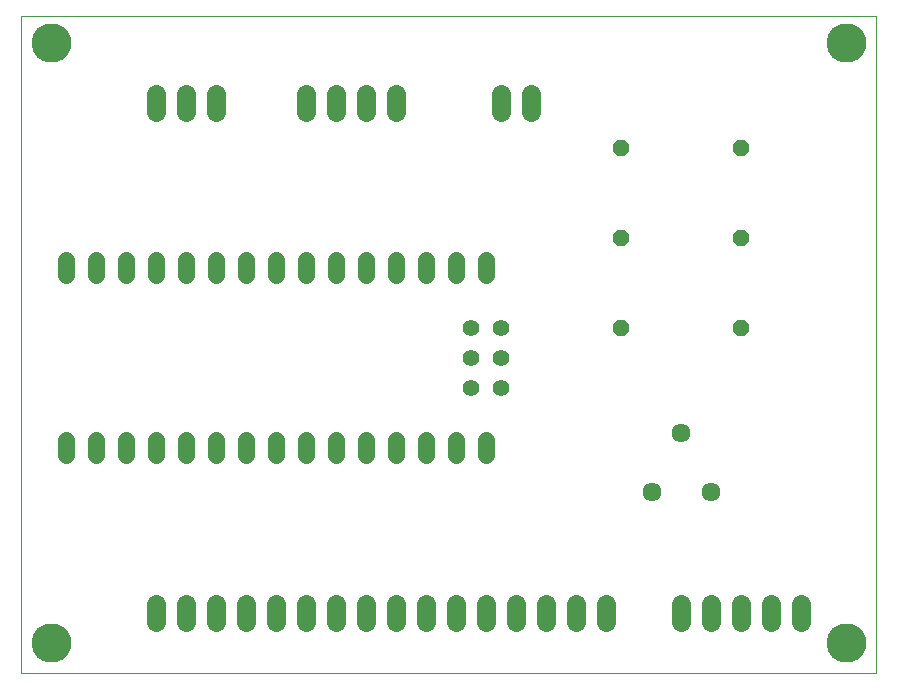
<source format=gts>
G75*
%MOIN*%
%OFA0B0*%
%FSLAX25Y25*%
%IPPOS*%
%LPD*%
%AMOC8*
5,1,8,0,0,1.08239X$1,22.5*
%
%ADD10C,0.00000*%
%ADD11C,0.12998*%
%ADD12C,0.06400*%
%ADD13C,0.06337*%
%ADD14OC8,0.05600*%
%ADD15C,0.05550*%
%ADD16C,0.05550*%
D10*
X0001000Y0001000D02*
X0001000Y0219701D01*
X0285921Y0219701D01*
X0285921Y0001000D01*
X0001000Y0001000D01*
X0004701Y0011000D02*
X0004703Y0011158D01*
X0004709Y0011316D01*
X0004719Y0011474D01*
X0004733Y0011632D01*
X0004751Y0011789D01*
X0004772Y0011946D01*
X0004798Y0012102D01*
X0004828Y0012258D01*
X0004861Y0012413D01*
X0004899Y0012566D01*
X0004940Y0012719D01*
X0004985Y0012871D01*
X0005034Y0013022D01*
X0005087Y0013171D01*
X0005143Y0013319D01*
X0005203Y0013465D01*
X0005267Y0013610D01*
X0005335Y0013753D01*
X0005406Y0013895D01*
X0005480Y0014035D01*
X0005558Y0014172D01*
X0005640Y0014308D01*
X0005724Y0014442D01*
X0005813Y0014573D01*
X0005904Y0014702D01*
X0005999Y0014829D01*
X0006096Y0014954D01*
X0006197Y0015076D01*
X0006301Y0015195D01*
X0006408Y0015312D01*
X0006518Y0015426D01*
X0006631Y0015537D01*
X0006746Y0015646D01*
X0006864Y0015751D01*
X0006985Y0015853D01*
X0007108Y0015953D01*
X0007234Y0016049D01*
X0007362Y0016142D01*
X0007492Y0016232D01*
X0007625Y0016318D01*
X0007760Y0016402D01*
X0007896Y0016481D01*
X0008035Y0016558D01*
X0008176Y0016630D01*
X0008318Y0016700D01*
X0008462Y0016765D01*
X0008608Y0016827D01*
X0008755Y0016885D01*
X0008904Y0016940D01*
X0009054Y0016991D01*
X0009205Y0017038D01*
X0009357Y0017081D01*
X0009510Y0017120D01*
X0009665Y0017156D01*
X0009820Y0017187D01*
X0009976Y0017215D01*
X0010132Y0017239D01*
X0010289Y0017259D01*
X0010447Y0017275D01*
X0010604Y0017287D01*
X0010763Y0017295D01*
X0010921Y0017299D01*
X0011079Y0017299D01*
X0011237Y0017295D01*
X0011396Y0017287D01*
X0011553Y0017275D01*
X0011711Y0017259D01*
X0011868Y0017239D01*
X0012024Y0017215D01*
X0012180Y0017187D01*
X0012335Y0017156D01*
X0012490Y0017120D01*
X0012643Y0017081D01*
X0012795Y0017038D01*
X0012946Y0016991D01*
X0013096Y0016940D01*
X0013245Y0016885D01*
X0013392Y0016827D01*
X0013538Y0016765D01*
X0013682Y0016700D01*
X0013824Y0016630D01*
X0013965Y0016558D01*
X0014104Y0016481D01*
X0014240Y0016402D01*
X0014375Y0016318D01*
X0014508Y0016232D01*
X0014638Y0016142D01*
X0014766Y0016049D01*
X0014892Y0015953D01*
X0015015Y0015853D01*
X0015136Y0015751D01*
X0015254Y0015646D01*
X0015369Y0015537D01*
X0015482Y0015426D01*
X0015592Y0015312D01*
X0015699Y0015195D01*
X0015803Y0015076D01*
X0015904Y0014954D01*
X0016001Y0014829D01*
X0016096Y0014702D01*
X0016187Y0014573D01*
X0016276Y0014442D01*
X0016360Y0014308D01*
X0016442Y0014172D01*
X0016520Y0014035D01*
X0016594Y0013895D01*
X0016665Y0013753D01*
X0016733Y0013610D01*
X0016797Y0013465D01*
X0016857Y0013319D01*
X0016913Y0013171D01*
X0016966Y0013022D01*
X0017015Y0012871D01*
X0017060Y0012719D01*
X0017101Y0012566D01*
X0017139Y0012413D01*
X0017172Y0012258D01*
X0017202Y0012102D01*
X0017228Y0011946D01*
X0017249Y0011789D01*
X0017267Y0011632D01*
X0017281Y0011474D01*
X0017291Y0011316D01*
X0017297Y0011158D01*
X0017299Y0011000D01*
X0017297Y0010842D01*
X0017291Y0010684D01*
X0017281Y0010526D01*
X0017267Y0010368D01*
X0017249Y0010211D01*
X0017228Y0010054D01*
X0017202Y0009898D01*
X0017172Y0009742D01*
X0017139Y0009587D01*
X0017101Y0009434D01*
X0017060Y0009281D01*
X0017015Y0009129D01*
X0016966Y0008978D01*
X0016913Y0008829D01*
X0016857Y0008681D01*
X0016797Y0008535D01*
X0016733Y0008390D01*
X0016665Y0008247D01*
X0016594Y0008105D01*
X0016520Y0007965D01*
X0016442Y0007828D01*
X0016360Y0007692D01*
X0016276Y0007558D01*
X0016187Y0007427D01*
X0016096Y0007298D01*
X0016001Y0007171D01*
X0015904Y0007046D01*
X0015803Y0006924D01*
X0015699Y0006805D01*
X0015592Y0006688D01*
X0015482Y0006574D01*
X0015369Y0006463D01*
X0015254Y0006354D01*
X0015136Y0006249D01*
X0015015Y0006147D01*
X0014892Y0006047D01*
X0014766Y0005951D01*
X0014638Y0005858D01*
X0014508Y0005768D01*
X0014375Y0005682D01*
X0014240Y0005598D01*
X0014104Y0005519D01*
X0013965Y0005442D01*
X0013824Y0005370D01*
X0013682Y0005300D01*
X0013538Y0005235D01*
X0013392Y0005173D01*
X0013245Y0005115D01*
X0013096Y0005060D01*
X0012946Y0005009D01*
X0012795Y0004962D01*
X0012643Y0004919D01*
X0012490Y0004880D01*
X0012335Y0004844D01*
X0012180Y0004813D01*
X0012024Y0004785D01*
X0011868Y0004761D01*
X0011711Y0004741D01*
X0011553Y0004725D01*
X0011396Y0004713D01*
X0011237Y0004705D01*
X0011079Y0004701D01*
X0010921Y0004701D01*
X0010763Y0004705D01*
X0010604Y0004713D01*
X0010447Y0004725D01*
X0010289Y0004741D01*
X0010132Y0004761D01*
X0009976Y0004785D01*
X0009820Y0004813D01*
X0009665Y0004844D01*
X0009510Y0004880D01*
X0009357Y0004919D01*
X0009205Y0004962D01*
X0009054Y0005009D01*
X0008904Y0005060D01*
X0008755Y0005115D01*
X0008608Y0005173D01*
X0008462Y0005235D01*
X0008318Y0005300D01*
X0008176Y0005370D01*
X0008035Y0005442D01*
X0007896Y0005519D01*
X0007760Y0005598D01*
X0007625Y0005682D01*
X0007492Y0005768D01*
X0007362Y0005858D01*
X0007234Y0005951D01*
X0007108Y0006047D01*
X0006985Y0006147D01*
X0006864Y0006249D01*
X0006746Y0006354D01*
X0006631Y0006463D01*
X0006518Y0006574D01*
X0006408Y0006688D01*
X0006301Y0006805D01*
X0006197Y0006924D01*
X0006096Y0007046D01*
X0005999Y0007171D01*
X0005904Y0007298D01*
X0005813Y0007427D01*
X0005724Y0007558D01*
X0005640Y0007692D01*
X0005558Y0007828D01*
X0005480Y0007965D01*
X0005406Y0008105D01*
X0005335Y0008247D01*
X0005267Y0008390D01*
X0005203Y0008535D01*
X0005143Y0008681D01*
X0005087Y0008829D01*
X0005034Y0008978D01*
X0004985Y0009129D01*
X0004940Y0009281D01*
X0004899Y0009434D01*
X0004861Y0009587D01*
X0004828Y0009742D01*
X0004798Y0009898D01*
X0004772Y0010054D01*
X0004751Y0010211D01*
X0004733Y0010368D01*
X0004719Y0010526D01*
X0004709Y0010684D01*
X0004703Y0010842D01*
X0004701Y0011000D01*
X0004701Y0211000D02*
X0004703Y0211158D01*
X0004709Y0211316D01*
X0004719Y0211474D01*
X0004733Y0211632D01*
X0004751Y0211789D01*
X0004772Y0211946D01*
X0004798Y0212102D01*
X0004828Y0212258D01*
X0004861Y0212413D01*
X0004899Y0212566D01*
X0004940Y0212719D01*
X0004985Y0212871D01*
X0005034Y0213022D01*
X0005087Y0213171D01*
X0005143Y0213319D01*
X0005203Y0213465D01*
X0005267Y0213610D01*
X0005335Y0213753D01*
X0005406Y0213895D01*
X0005480Y0214035D01*
X0005558Y0214172D01*
X0005640Y0214308D01*
X0005724Y0214442D01*
X0005813Y0214573D01*
X0005904Y0214702D01*
X0005999Y0214829D01*
X0006096Y0214954D01*
X0006197Y0215076D01*
X0006301Y0215195D01*
X0006408Y0215312D01*
X0006518Y0215426D01*
X0006631Y0215537D01*
X0006746Y0215646D01*
X0006864Y0215751D01*
X0006985Y0215853D01*
X0007108Y0215953D01*
X0007234Y0216049D01*
X0007362Y0216142D01*
X0007492Y0216232D01*
X0007625Y0216318D01*
X0007760Y0216402D01*
X0007896Y0216481D01*
X0008035Y0216558D01*
X0008176Y0216630D01*
X0008318Y0216700D01*
X0008462Y0216765D01*
X0008608Y0216827D01*
X0008755Y0216885D01*
X0008904Y0216940D01*
X0009054Y0216991D01*
X0009205Y0217038D01*
X0009357Y0217081D01*
X0009510Y0217120D01*
X0009665Y0217156D01*
X0009820Y0217187D01*
X0009976Y0217215D01*
X0010132Y0217239D01*
X0010289Y0217259D01*
X0010447Y0217275D01*
X0010604Y0217287D01*
X0010763Y0217295D01*
X0010921Y0217299D01*
X0011079Y0217299D01*
X0011237Y0217295D01*
X0011396Y0217287D01*
X0011553Y0217275D01*
X0011711Y0217259D01*
X0011868Y0217239D01*
X0012024Y0217215D01*
X0012180Y0217187D01*
X0012335Y0217156D01*
X0012490Y0217120D01*
X0012643Y0217081D01*
X0012795Y0217038D01*
X0012946Y0216991D01*
X0013096Y0216940D01*
X0013245Y0216885D01*
X0013392Y0216827D01*
X0013538Y0216765D01*
X0013682Y0216700D01*
X0013824Y0216630D01*
X0013965Y0216558D01*
X0014104Y0216481D01*
X0014240Y0216402D01*
X0014375Y0216318D01*
X0014508Y0216232D01*
X0014638Y0216142D01*
X0014766Y0216049D01*
X0014892Y0215953D01*
X0015015Y0215853D01*
X0015136Y0215751D01*
X0015254Y0215646D01*
X0015369Y0215537D01*
X0015482Y0215426D01*
X0015592Y0215312D01*
X0015699Y0215195D01*
X0015803Y0215076D01*
X0015904Y0214954D01*
X0016001Y0214829D01*
X0016096Y0214702D01*
X0016187Y0214573D01*
X0016276Y0214442D01*
X0016360Y0214308D01*
X0016442Y0214172D01*
X0016520Y0214035D01*
X0016594Y0213895D01*
X0016665Y0213753D01*
X0016733Y0213610D01*
X0016797Y0213465D01*
X0016857Y0213319D01*
X0016913Y0213171D01*
X0016966Y0213022D01*
X0017015Y0212871D01*
X0017060Y0212719D01*
X0017101Y0212566D01*
X0017139Y0212413D01*
X0017172Y0212258D01*
X0017202Y0212102D01*
X0017228Y0211946D01*
X0017249Y0211789D01*
X0017267Y0211632D01*
X0017281Y0211474D01*
X0017291Y0211316D01*
X0017297Y0211158D01*
X0017299Y0211000D01*
X0017297Y0210842D01*
X0017291Y0210684D01*
X0017281Y0210526D01*
X0017267Y0210368D01*
X0017249Y0210211D01*
X0017228Y0210054D01*
X0017202Y0209898D01*
X0017172Y0209742D01*
X0017139Y0209587D01*
X0017101Y0209434D01*
X0017060Y0209281D01*
X0017015Y0209129D01*
X0016966Y0208978D01*
X0016913Y0208829D01*
X0016857Y0208681D01*
X0016797Y0208535D01*
X0016733Y0208390D01*
X0016665Y0208247D01*
X0016594Y0208105D01*
X0016520Y0207965D01*
X0016442Y0207828D01*
X0016360Y0207692D01*
X0016276Y0207558D01*
X0016187Y0207427D01*
X0016096Y0207298D01*
X0016001Y0207171D01*
X0015904Y0207046D01*
X0015803Y0206924D01*
X0015699Y0206805D01*
X0015592Y0206688D01*
X0015482Y0206574D01*
X0015369Y0206463D01*
X0015254Y0206354D01*
X0015136Y0206249D01*
X0015015Y0206147D01*
X0014892Y0206047D01*
X0014766Y0205951D01*
X0014638Y0205858D01*
X0014508Y0205768D01*
X0014375Y0205682D01*
X0014240Y0205598D01*
X0014104Y0205519D01*
X0013965Y0205442D01*
X0013824Y0205370D01*
X0013682Y0205300D01*
X0013538Y0205235D01*
X0013392Y0205173D01*
X0013245Y0205115D01*
X0013096Y0205060D01*
X0012946Y0205009D01*
X0012795Y0204962D01*
X0012643Y0204919D01*
X0012490Y0204880D01*
X0012335Y0204844D01*
X0012180Y0204813D01*
X0012024Y0204785D01*
X0011868Y0204761D01*
X0011711Y0204741D01*
X0011553Y0204725D01*
X0011396Y0204713D01*
X0011237Y0204705D01*
X0011079Y0204701D01*
X0010921Y0204701D01*
X0010763Y0204705D01*
X0010604Y0204713D01*
X0010447Y0204725D01*
X0010289Y0204741D01*
X0010132Y0204761D01*
X0009976Y0204785D01*
X0009820Y0204813D01*
X0009665Y0204844D01*
X0009510Y0204880D01*
X0009357Y0204919D01*
X0009205Y0204962D01*
X0009054Y0205009D01*
X0008904Y0205060D01*
X0008755Y0205115D01*
X0008608Y0205173D01*
X0008462Y0205235D01*
X0008318Y0205300D01*
X0008176Y0205370D01*
X0008035Y0205442D01*
X0007896Y0205519D01*
X0007760Y0205598D01*
X0007625Y0205682D01*
X0007492Y0205768D01*
X0007362Y0205858D01*
X0007234Y0205951D01*
X0007108Y0206047D01*
X0006985Y0206147D01*
X0006864Y0206249D01*
X0006746Y0206354D01*
X0006631Y0206463D01*
X0006518Y0206574D01*
X0006408Y0206688D01*
X0006301Y0206805D01*
X0006197Y0206924D01*
X0006096Y0207046D01*
X0005999Y0207171D01*
X0005904Y0207298D01*
X0005813Y0207427D01*
X0005724Y0207558D01*
X0005640Y0207692D01*
X0005558Y0207828D01*
X0005480Y0207965D01*
X0005406Y0208105D01*
X0005335Y0208247D01*
X0005267Y0208390D01*
X0005203Y0208535D01*
X0005143Y0208681D01*
X0005087Y0208829D01*
X0005034Y0208978D01*
X0004985Y0209129D01*
X0004940Y0209281D01*
X0004899Y0209434D01*
X0004861Y0209587D01*
X0004828Y0209742D01*
X0004798Y0209898D01*
X0004772Y0210054D01*
X0004751Y0210211D01*
X0004733Y0210368D01*
X0004719Y0210526D01*
X0004709Y0210684D01*
X0004703Y0210842D01*
X0004701Y0211000D01*
X0269701Y0211000D02*
X0269703Y0211158D01*
X0269709Y0211316D01*
X0269719Y0211474D01*
X0269733Y0211632D01*
X0269751Y0211789D01*
X0269772Y0211946D01*
X0269798Y0212102D01*
X0269828Y0212258D01*
X0269861Y0212413D01*
X0269899Y0212566D01*
X0269940Y0212719D01*
X0269985Y0212871D01*
X0270034Y0213022D01*
X0270087Y0213171D01*
X0270143Y0213319D01*
X0270203Y0213465D01*
X0270267Y0213610D01*
X0270335Y0213753D01*
X0270406Y0213895D01*
X0270480Y0214035D01*
X0270558Y0214172D01*
X0270640Y0214308D01*
X0270724Y0214442D01*
X0270813Y0214573D01*
X0270904Y0214702D01*
X0270999Y0214829D01*
X0271096Y0214954D01*
X0271197Y0215076D01*
X0271301Y0215195D01*
X0271408Y0215312D01*
X0271518Y0215426D01*
X0271631Y0215537D01*
X0271746Y0215646D01*
X0271864Y0215751D01*
X0271985Y0215853D01*
X0272108Y0215953D01*
X0272234Y0216049D01*
X0272362Y0216142D01*
X0272492Y0216232D01*
X0272625Y0216318D01*
X0272760Y0216402D01*
X0272896Y0216481D01*
X0273035Y0216558D01*
X0273176Y0216630D01*
X0273318Y0216700D01*
X0273462Y0216765D01*
X0273608Y0216827D01*
X0273755Y0216885D01*
X0273904Y0216940D01*
X0274054Y0216991D01*
X0274205Y0217038D01*
X0274357Y0217081D01*
X0274510Y0217120D01*
X0274665Y0217156D01*
X0274820Y0217187D01*
X0274976Y0217215D01*
X0275132Y0217239D01*
X0275289Y0217259D01*
X0275447Y0217275D01*
X0275604Y0217287D01*
X0275763Y0217295D01*
X0275921Y0217299D01*
X0276079Y0217299D01*
X0276237Y0217295D01*
X0276396Y0217287D01*
X0276553Y0217275D01*
X0276711Y0217259D01*
X0276868Y0217239D01*
X0277024Y0217215D01*
X0277180Y0217187D01*
X0277335Y0217156D01*
X0277490Y0217120D01*
X0277643Y0217081D01*
X0277795Y0217038D01*
X0277946Y0216991D01*
X0278096Y0216940D01*
X0278245Y0216885D01*
X0278392Y0216827D01*
X0278538Y0216765D01*
X0278682Y0216700D01*
X0278824Y0216630D01*
X0278965Y0216558D01*
X0279104Y0216481D01*
X0279240Y0216402D01*
X0279375Y0216318D01*
X0279508Y0216232D01*
X0279638Y0216142D01*
X0279766Y0216049D01*
X0279892Y0215953D01*
X0280015Y0215853D01*
X0280136Y0215751D01*
X0280254Y0215646D01*
X0280369Y0215537D01*
X0280482Y0215426D01*
X0280592Y0215312D01*
X0280699Y0215195D01*
X0280803Y0215076D01*
X0280904Y0214954D01*
X0281001Y0214829D01*
X0281096Y0214702D01*
X0281187Y0214573D01*
X0281276Y0214442D01*
X0281360Y0214308D01*
X0281442Y0214172D01*
X0281520Y0214035D01*
X0281594Y0213895D01*
X0281665Y0213753D01*
X0281733Y0213610D01*
X0281797Y0213465D01*
X0281857Y0213319D01*
X0281913Y0213171D01*
X0281966Y0213022D01*
X0282015Y0212871D01*
X0282060Y0212719D01*
X0282101Y0212566D01*
X0282139Y0212413D01*
X0282172Y0212258D01*
X0282202Y0212102D01*
X0282228Y0211946D01*
X0282249Y0211789D01*
X0282267Y0211632D01*
X0282281Y0211474D01*
X0282291Y0211316D01*
X0282297Y0211158D01*
X0282299Y0211000D01*
X0282297Y0210842D01*
X0282291Y0210684D01*
X0282281Y0210526D01*
X0282267Y0210368D01*
X0282249Y0210211D01*
X0282228Y0210054D01*
X0282202Y0209898D01*
X0282172Y0209742D01*
X0282139Y0209587D01*
X0282101Y0209434D01*
X0282060Y0209281D01*
X0282015Y0209129D01*
X0281966Y0208978D01*
X0281913Y0208829D01*
X0281857Y0208681D01*
X0281797Y0208535D01*
X0281733Y0208390D01*
X0281665Y0208247D01*
X0281594Y0208105D01*
X0281520Y0207965D01*
X0281442Y0207828D01*
X0281360Y0207692D01*
X0281276Y0207558D01*
X0281187Y0207427D01*
X0281096Y0207298D01*
X0281001Y0207171D01*
X0280904Y0207046D01*
X0280803Y0206924D01*
X0280699Y0206805D01*
X0280592Y0206688D01*
X0280482Y0206574D01*
X0280369Y0206463D01*
X0280254Y0206354D01*
X0280136Y0206249D01*
X0280015Y0206147D01*
X0279892Y0206047D01*
X0279766Y0205951D01*
X0279638Y0205858D01*
X0279508Y0205768D01*
X0279375Y0205682D01*
X0279240Y0205598D01*
X0279104Y0205519D01*
X0278965Y0205442D01*
X0278824Y0205370D01*
X0278682Y0205300D01*
X0278538Y0205235D01*
X0278392Y0205173D01*
X0278245Y0205115D01*
X0278096Y0205060D01*
X0277946Y0205009D01*
X0277795Y0204962D01*
X0277643Y0204919D01*
X0277490Y0204880D01*
X0277335Y0204844D01*
X0277180Y0204813D01*
X0277024Y0204785D01*
X0276868Y0204761D01*
X0276711Y0204741D01*
X0276553Y0204725D01*
X0276396Y0204713D01*
X0276237Y0204705D01*
X0276079Y0204701D01*
X0275921Y0204701D01*
X0275763Y0204705D01*
X0275604Y0204713D01*
X0275447Y0204725D01*
X0275289Y0204741D01*
X0275132Y0204761D01*
X0274976Y0204785D01*
X0274820Y0204813D01*
X0274665Y0204844D01*
X0274510Y0204880D01*
X0274357Y0204919D01*
X0274205Y0204962D01*
X0274054Y0205009D01*
X0273904Y0205060D01*
X0273755Y0205115D01*
X0273608Y0205173D01*
X0273462Y0205235D01*
X0273318Y0205300D01*
X0273176Y0205370D01*
X0273035Y0205442D01*
X0272896Y0205519D01*
X0272760Y0205598D01*
X0272625Y0205682D01*
X0272492Y0205768D01*
X0272362Y0205858D01*
X0272234Y0205951D01*
X0272108Y0206047D01*
X0271985Y0206147D01*
X0271864Y0206249D01*
X0271746Y0206354D01*
X0271631Y0206463D01*
X0271518Y0206574D01*
X0271408Y0206688D01*
X0271301Y0206805D01*
X0271197Y0206924D01*
X0271096Y0207046D01*
X0270999Y0207171D01*
X0270904Y0207298D01*
X0270813Y0207427D01*
X0270724Y0207558D01*
X0270640Y0207692D01*
X0270558Y0207828D01*
X0270480Y0207965D01*
X0270406Y0208105D01*
X0270335Y0208247D01*
X0270267Y0208390D01*
X0270203Y0208535D01*
X0270143Y0208681D01*
X0270087Y0208829D01*
X0270034Y0208978D01*
X0269985Y0209129D01*
X0269940Y0209281D01*
X0269899Y0209434D01*
X0269861Y0209587D01*
X0269828Y0209742D01*
X0269798Y0209898D01*
X0269772Y0210054D01*
X0269751Y0210211D01*
X0269733Y0210368D01*
X0269719Y0210526D01*
X0269709Y0210684D01*
X0269703Y0210842D01*
X0269701Y0211000D01*
X0269701Y0011000D02*
X0269703Y0011158D01*
X0269709Y0011316D01*
X0269719Y0011474D01*
X0269733Y0011632D01*
X0269751Y0011789D01*
X0269772Y0011946D01*
X0269798Y0012102D01*
X0269828Y0012258D01*
X0269861Y0012413D01*
X0269899Y0012566D01*
X0269940Y0012719D01*
X0269985Y0012871D01*
X0270034Y0013022D01*
X0270087Y0013171D01*
X0270143Y0013319D01*
X0270203Y0013465D01*
X0270267Y0013610D01*
X0270335Y0013753D01*
X0270406Y0013895D01*
X0270480Y0014035D01*
X0270558Y0014172D01*
X0270640Y0014308D01*
X0270724Y0014442D01*
X0270813Y0014573D01*
X0270904Y0014702D01*
X0270999Y0014829D01*
X0271096Y0014954D01*
X0271197Y0015076D01*
X0271301Y0015195D01*
X0271408Y0015312D01*
X0271518Y0015426D01*
X0271631Y0015537D01*
X0271746Y0015646D01*
X0271864Y0015751D01*
X0271985Y0015853D01*
X0272108Y0015953D01*
X0272234Y0016049D01*
X0272362Y0016142D01*
X0272492Y0016232D01*
X0272625Y0016318D01*
X0272760Y0016402D01*
X0272896Y0016481D01*
X0273035Y0016558D01*
X0273176Y0016630D01*
X0273318Y0016700D01*
X0273462Y0016765D01*
X0273608Y0016827D01*
X0273755Y0016885D01*
X0273904Y0016940D01*
X0274054Y0016991D01*
X0274205Y0017038D01*
X0274357Y0017081D01*
X0274510Y0017120D01*
X0274665Y0017156D01*
X0274820Y0017187D01*
X0274976Y0017215D01*
X0275132Y0017239D01*
X0275289Y0017259D01*
X0275447Y0017275D01*
X0275604Y0017287D01*
X0275763Y0017295D01*
X0275921Y0017299D01*
X0276079Y0017299D01*
X0276237Y0017295D01*
X0276396Y0017287D01*
X0276553Y0017275D01*
X0276711Y0017259D01*
X0276868Y0017239D01*
X0277024Y0017215D01*
X0277180Y0017187D01*
X0277335Y0017156D01*
X0277490Y0017120D01*
X0277643Y0017081D01*
X0277795Y0017038D01*
X0277946Y0016991D01*
X0278096Y0016940D01*
X0278245Y0016885D01*
X0278392Y0016827D01*
X0278538Y0016765D01*
X0278682Y0016700D01*
X0278824Y0016630D01*
X0278965Y0016558D01*
X0279104Y0016481D01*
X0279240Y0016402D01*
X0279375Y0016318D01*
X0279508Y0016232D01*
X0279638Y0016142D01*
X0279766Y0016049D01*
X0279892Y0015953D01*
X0280015Y0015853D01*
X0280136Y0015751D01*
X0280254Y0015646D01*
X0280369Y0015537D01*
X0280482Y0015426D01*
X0280592Y0015312D01*
X0280699Y0015195D01*
X0280803Y0015076D01*
X0280904Y0014954D01*
X0281001Y0014829D01*
X0281096Y0014702D01*
X0281187Y0014573D01*
X0281276Y0014442D01*
X0281360Y0014308D01*
X0281442Y0014172D01*
X0281520Y0014035D01*
X0281594Y0013895D01*
X0281665Y0013753D01*
X0281733Y0013610D01*
X0281797Y0013465D01*
X0281857Y0013319D01*
X0281913Y0013171D01*
X0281966Y0013022D01*
X0282015Y0012871D01*
X0282060Y0012719D01*
X0282101Y0012566D01*
X0282139Y0012413D01*
X0282172Y0012258D01*
X0282202Y0012102D01*
X0282228Y0011946D01*
X0282249Y0011789D01*
X0282267Y0011632D01*
X0282281Y0011474D01*
X0282291Y0011316D01*
X0282297Y0011158D01*
X0282299Y0011000D01*
X0282297Y0010842D01*
X0282291Y0010684D01*
X0282281Y0010526D01*
X0282267Y0010368D01*
X0282249Y0010211D01*
X0282228Y0010054D01*
X0282202Y0009898D01*
X0282172Y0009742D01*
X0282139Y0009587D01*
X0282101Y0009434D01*
X0282060Y0009281D01*
X0282015Y0009129D01*
X0281966Y0008978D01*
X0281913Y0008829D01*
X0281857Y0008681D01*
X0281797Y0008535D01*
X0281733Y0008390D01*
X0281665Y0008247D01*
X0281594Y0008105D01*
X0281520Y0007965D01*
X0281442Y0007828D01*
X0281360Y0007692D01*
X0281276Y0007558D01*
X0281187Y0007427D01*
X0281096Y0007298D01*
X0281001Y0007171D01*
X0280904Y0007046D01*
X0280803Y0006924D01*
X0280699Y0006805D01*
X0280592Y0006688D01*
X0280482Y0006574D01*
X0280369Y0006463D01*
X0280254Y0006354D01*
X0280136Y0006249D01*
X0280015Y0006147D01*
X0279892Y0006047D01*
X0279766Y0005951D01*
X0279638Y0005858D01*
X0279508Y0005768D01*
X0279375Y0005682D01*
X0279240Y0005598D01*
X0279104Y0005519D01*
X0278965Y0005442D01*
X0278824Y0005370D01*
X0278682Y0005300D01*
X0278538Y0005235D01*
X0278392Y0005173D01*
X0278245Y0005115D01*
X0278096Y0005060D01*
X0277946Y0005009D01*
X0277795Y0004962D01*
X0277643Y0004919D01*
X0277490Y0004880D01*
X0277335Y0004844D01*
X0277180Y0004813D01*
X0277024Y0004785D01*
X0276868Y0004761D01*
X0276711Y0004741D01*
X0276553Y0004725D01*
X0276396Y0004713D01*
X0276237Y0004705D01*
X0276079Y0004701D01*
X0275921Y0004701D01*
X0275763Y0004705D01*
X0275604Y0004713D01*
X0275447Y0004725D01*
X0275289Y0004741D01*
X0275132Y0004761D01*
X0274976Y0004785D01*
X0274820Y0004813D01*
X0274665Y0004844D01*
X0274510Y0004880D01*
X0274357Y0004919D01*
X0274205Y0004962D01*
X0274054Y0005009D01*
X0273904Y0005060D01*
X0273755Y0005115D01*
X0273608Y0005173D01*
X0273462Y0005235D01*
X0273318Y0005300D01*
X0273176Y0005370D01*
X0273035Y0005442D01*
X0272896Y0005519D01*
X0272760Y0005598D01*
X0272625Y0005682D01*
X0272492Y0005768D01*
X0272362Y0005858D01*
X0272234Y0005951D01*
X0272108Y0006047D01*
X0271985Y0006147D01*
X0271864Y0006249D01*
X0271746Y0006354D01*
X0271631Y0006463D01*
X0271518Y0006574D01*
X0271408Y0006688D01*
X0271301Y0006805D01*
X0271197Y0006924D01*
X0271096Y0007046D01*
X0270999Y0007171D01*
X0270904Y0007298D01*
X0270813Y0007427D01*
X0270724Y0007558D01*
X0270640Y0007692D01*
X0270558Y0007828D01*
X0270480Y0007965D01*
X0270406Y0008105D01*
X0270335Y0008247D01*
X0270267Y0008390D01*
X0270203Y0008535D01*
X0270143Y0008681D01*
X0270087Y0008829D01*
X0270034Y0008978D01*
X0269985Y0009129D01*
X0269940Y0009281D01*
X0269899Y0009434D01*
X0269861Y0009587D01*
X0269828Y0009742D01*
X0269798Y0009898D01*
X0269772Y0010054D01*
X0269751Y0010211D01*
X0269733Y0010368D01*
X0269719Y0010526D01*
X0269709Y0010684D01*
X0269703Y0010842D01*
X0269701Y0011000D01*
D11*
X0276000Y0011000D03*
X0276000Y0211000D03*
X0011000Y0211000D03*
X0011000Y0011000D03*
D12*
X0046000Y0018000D02*
X0046000Y0024000D01*
X0056000Y0024000D02*
X0056000Y0018000D01*
X0066000Y0018000D02*
X0066000Y0024000D01*
X0076000Y0024000D02*
X0076000Y0018000D01*
X0086000Y0018000D02*
X0086000Y0024000D01*
X0096000Y0024000D02*
X0096000Y0018000D01*
X0106000Y0018000D02*
X0106000Y0024000D01*
X0116000Y0024000D02*
X0116000Y0018000D01*
X0126000Y0018000D02*
X0126000Y0024000D01*
X0136000Y0024000D02*
X0136000Y0018000D01*
X0146000Y0018000D02*
X0146000Y0024000D01*
X0156000Y0024000D02*
X0156000Y0018000D01*
X0166000Y0018000D02*
X0166000Y0024000D01*
X0176000Y0024000D02*
X0176000Y0018000D01*
X0186000Y0018000D02*
X0186000Y0024000D01*
X0196000Y0024000D02*
X0196000Y0018000D01*
X0221000Y0018000D02*
X0221000Y0024000D01*
X0231000Y0024000D02*
X0231000Y0018000D01*
X0241000Y0018000D02*
X0241000Y0024000D01*
X0251000Y0024000D02*
X0251000Y0018000D01*
X0261000Y0018000D02*
X0261000Y0024000D01*
X0171000Y0188000D02*
X0171000Y0194000D01*
X0161000Y0194000D02*
X0161000Y0188000D01*
X0126000Y0188000D02*
X0126000Y0194000D01*
X0116000Y0194000D02*
X0116000Y0188000D01*
X0106000Y0188000D02*
X0106000Y0194000D01*
X0096000Y0194000D02*
X0096000Y0188000D01*
X0066000Y0188000D02*
X0066000Y0194000D01*
X0056000Y0194000D02*
X0056000Y0188000D01*
X0046000Y0188000D02*
X0046000Y0194000D01*
D13*
X0211157Y0061157D03*
X0230843Y0061157D03*
X0221000Y0080843D03*
D14*
X0201000Y0116000D03*
X0241000Y0116000D03*
X0241000Y0146000D03*
X0241000Y0176000D03*
X0201000Y0176000D03*
X0201000Y0146000D03*
D15*
X0156000Y0138575D02*
X0156000Y0133425D01*
X0146000Y0133425D02*
X0146000Y0138575D01*
X0136000Y0138575D02*
X0136000Y0133425D01*
X0126000Y0133425D02*
X0126000Y0138575D01*
X0116000Y0138575D02*
X0116000Y0133425D01*
X0106000Y0133425D02*
X0106000Y0138575D01*
X0096000Y0138575D02*
X0096000Y0133425D01*
X0086000Y0133425D02*
X0086000Y0138575D01*
X0076000Y0138575D02*
X0076000Y0133425D01*
X0066000Y0133425D02*
X0066000Y0138575D01*
X0056000Y0138575D02*
X0056000Y0133425D01*
X0046000Y0133425D02*
X0046000Y0138575D01*
X0036000Y0138575D02*
X0036000Y0133425D01*
X0026000Y0133425D02*
X0026000Y0138575D01*
X0016000Y0138575D02*
X0016000Y0133425D01*
X0016000Y0078575D02*
X0016000Y0073425D01*
X0026000Y0073425D02*
X0026000Y0078575D01*
X0036000Y0078575D02*
X0036000Y0073425D01*
X0046000Y0073425D02*
X0046000Y0078575D01*
X0056000Y0078575D02*
X0056000Y0073425D01*
X0066000Y0073425D02*
X0066000Y0078575D01*
X0076000Y0078575D02*
X0076000Y0073425D01*
X0086000Y0073425D02*
X0086000Y0078575D01*
X0096000Y0078575D02*
X0096000Y0073425D01*
X0106000Y0073425D02*
X0106000Y0078575D01*
X0116000Y0078575D02*
X0116000Y0073425D01*
X0126000Y0073425D02*
X0126000Y0078575D01*
X0136000Y0078575D02*
X0136000Y0073425D01*
X0146000Y0073425D02*
X0146000Y0078575D01*
X0156000Y0078575D02*
X0156000Y0073425D01*
D16*
X0151000Y0096000D03*
X0161000Y0096000D03*
X0161000Y0106000D03*
X0161000Y0116000D03*
X0151000Y0116000D03*
X0151000Y0106000D03*
M02*

</source>
